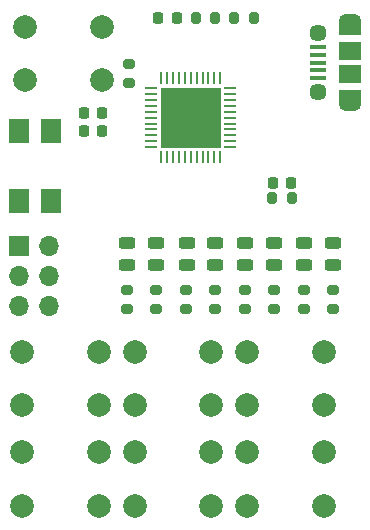
<source format=gbr>
%TF.GenerationSoftware,KiCad,Pcbnew,(6.0.11)*%
%TF.CreationDate,2023-02-27T16:04:50+00:00*%
%TF.ProjectId,HackSoc Workshop,4861636b-536f-4632-9057-6f726b73686f,rev?*%
%TF.SameCoordinates,Original*%
%TF.FileFunction,Soldermask,Top*%
%TF.FilePolarity,Negative*%
%FSLAX46Y46*%
G04 Gerber Fmt 4.6, Leading zero omitted, Abs format (unit mm)*
G04 Created by KiCad (PCBNEW (6.0.11)) date 2023-02-27 16:04:50*
%MOMM*%
%LPD*%
G01*
G04 APERTURE LIST*
G04 Aperture macros list*
%AMRoundRect*
0 Rectangle with rounded corners*
0 $1 Rounding radius*
0 $2 $3 $4 $5 $6 $7 $8 $9 X,Y pos of 4 corners*
0 Add a 4 corners polygon primitive as box body*
4,1,4,$2,$3,$4,$5,$6,$7,$8,$9,$2,$3,0*
0 Add four circle primitives for the rounded corners*
1,1,$1+$1,$2,$3*
1,1,$1+$1,$4,$5*
1,1,$1+$1,$6,$7*
1,1,$1+$1,$8,$9*
0 Add four rect primitives between the rounded corners*
20,1,$1+$1,$2,$3,$4,$5,0*
20,1,$1+$1,$4,$5,$6,$7,0*
20,1,$1+$1,$6,$7,$8,$9,0*
20,1,$1+$1,$8,$9,$2,$3,0*%
G04 Aperture macros list end*
%ADD10R,1.700000X1.700000*%
%ADD11O,1.700000X1.700000*%
%ADD12C,2.000000*%
%ADD13RoundRect,0.200000X-0.200000X-0.275000X0.200000X-0.275000X0.200000X0.275000X-0.200000X0.275000X0*%
%ADD14RoundRect,0.225000X-0.225000X-0.250000X0.225000X-0.250000X0.225000X0.250000X-0.225000X0.250000X0*%
%ADD15RoundRect,0.225000X0.225000X0.250000X-0.225000X0.250000X-0.225000X-0.250000X0.225000X-0.250000X0*%
%ADD16RoundRect,0.243750X0.456250X-0.243750X0.456250X0.243750X-0.456250X0.243750X-0.456250X-0.243750X0*%
%ADD17RoundRect,0.200000X-0.275000X0.200000X-0.275000X-0.200000X0.275000X-0.200000X0.275000X0.200000X0*%
%ADD18RoundRect,0.200000X0.275000X-0.200000X0.275000X0.200000X-0.275000X0.200000X-0.275000X-0.200000X0*%
%ADD19R,1.350000X0.400000*%
%ADD20R,1.900000X1.500000*%
%ADD21O,1.900000X1.200000*%
%ADD22C,1.450000*%
%ADD23R,1.900000X1.200000*%
%ADD24R,1.700000X2.100000*%
%ADD25RoundRect,0.062500X-0.062500X0.475000X-0.062500X-0.475000X0.062500X-0.475000X0.062500X0.475000X0*%
%ADD26RoundRect,0.062500X-0.475000X0.062500X-0.475000X-0.062500X0.475000X-0.062500X0.475000X0.062500X0*%
%ADD27R,5.200000X5.200000*%
G04 APERTURE END LIST*
D10*
%TO.C,J2*%
X76975000Y-83750000D03*
D11*
X79515000Y-83750000D03*
X76975000Y-86290000D03*
X79515000Y-86290000D03*
X76975000Y-88830000D03*
X79515000Y-88830000D03*
%TD*%
D12*
%TO.C,SW7*%
X96250000Y-101250000D03*
X102750000Y-101250000D03*
X96250000Y-105750000D03*
X102750000Y-105750000D03*
%TD*%
%TO.C,SW6*%
X86750000Y-101250000D03*
X93250000Y-101250000D03*
X86750000Y-105750000D03*
X93250000Y-105750000D03*
%TD*%
%TO.C,SW5*%
X77250000Y-101250000D03*
X83750000Y-101250000D03*
X77250000Y-105750000D03*
X83750000Y-105750000D03*
%TD*%
%TO.C,SW4*%
X96250000Y-92750000D03*
X102750000Y-92750000D03*
X96250000Y-97250000D03*
X102750000Y-97250000D03*
%TD*%
%TO.C,SW3*%
X86750000Y-92750000D03*
X93250000Y-92750000D03*
X86750000Y-97250000D03*
X93250000Y-97250000D03*
%TD*%
%TO.C,SW2*%
X77250000Y-92750000D03*
X83750000Y-92750000D03*
X77250000Y-97250000D03*
X83750000Y-97250000D03*
%TD*%
%TO.C,SW1*%
X77500000Y-65250000D03*
X84000000Y-65250000D03*
X77500000Y-69750000D03*
X84000000Y-69750000D03*
%TD*%
D13*
%TO.C,R3*%
X95175000Y-64500000D03*
X96825000Y-64500000D03*
%TD*%
D14*
%TO.C,C1*%
X88750000Y-64500000D03*
X90300000Y-64500000D03*
%TD*%
D15*
%TO.C,C4*%
X84025000Y-74000000D03*
X82475000Y-74000000D03*
%TD*%
D16*
%TO.C,D4*%
X93587500Y-85412500D03*
X93587500Y-83537500D03*
%TD*%
%TO.C,D2*%
X88587500Y-85412500D03*
X88587500Y-83537500D03*
%TD*%
D17*
%TO.C,R5*%
X86087500Y-87475000D03*
X86087500Y-89125000D03*
%TD*%
%TO.C,R12*%
X103587500Y-87475000D03*
X103587500Y-89125000D03*
%TD*%
%TO.C,R11*%
X101087500Y-87475000D03*
X101087500Y-89125000D03*
%TD*%
D18*
%TO.C,R1*%
X86250000Y-70000000D03*
X86250000Y-68350000D03*
%TD*%
D16*
%TO.C,D8*%
X103587500Y-85412500D03*
X103587500Y-83537500D03*
%TD*%
D17*
%TO.C,R10*%
X98587500Y-87475000D03*
X98587500Y-89125000D03*
%TD*%
D16*
%TO.C,D1*%
X86087500Y-85412500D03*
X86087500Y-83537500D03*
%TD*%
D13*
%TO.C,R4*%
X98400000Y-79750000D03*
X100050000Y-79750000D03*
%TD*%
D19*
%TO.C,J1*%
X102287500Y-69550000D03*
X102287500Y-68900000D03*
X102287500Y-68250000D03*
X102287500Y-67600000D03*
X102287500Y-66950000D03*
D20*
X104987500Y-67250000D03*
D21*
X104987500Y-71750000D03*
D22*
X102287500Y-65750000D03*
D23*
X104987500Y-65350000D03*
D22*
X102287500Y-70750000D03*
D20*
X104987500Y-69250000D03*
D21*
X104987500Y-64750000D03*
D23*
X104987500Y-71150000D03*
%TD*%
D24*
%TO.C,Y1*%
X79650000Y-79950000D03*
X79650000Y-74050000D03*
X76950000Y-74050000D03*
X76950000Y-79950000D03*
%TD*%
D16*
%TO.C,D7*%
X101087500Y-85412500D03*
X101087500Y-83537500D03*
%TD*%
D17*
%TO.C,R7*%
X91087500Y-87475000D03*
X91087500Y-89125000D03*
%TD*%
D16*
%TO.C,D5*%
X96087500Y-85412500D03*
X96087500Y-83537500D03*
%TD*%
D17*
%TO.C,R9*%
X96087500Y-87475000D03*
X96087500Y-89125000D03*
%TD*%
D25*
%TO.C,U1*%
X94000000Y-69570000D03*
X93500000Y-69570000D03*
X93000000Y-69570000D03*
X92500000Y-69570000D03*
X92000000Y-69570000D03*
X91500000Y-69570000D03*
X91000000Y-69570000D03*
X90500000Y-69570000D03*
X90000000Y-69570000D03*
X89500000Y-69570000D03*
X89000000Y-69570000D03*
D26*
X88162500Y-70407500D03*
X88162500Y-70907500D03*
X88162500Y-71407500D03*
X88162500Y-71907500D03*
X88162500Y-72407500D03*
X88162500Y-72907500D03*
X88162500Y-73407500D03*
X88162500Y-73907500D03*
X88162500Y-74407500D03*
X88162500Y-74907500D03*
X88162500Y-75407500D03*
D25*
X89000000Y-76245000D03*
X89500000Y-76245000D03*
X90000000Y-76245000D03*
X90500000Y-76245000D03*
X91000000Y-76245000D03*
X91500000Y-76245000D03*
X92000000Y-76245000D03*
X92500000Y-76245000D03*
X93000000Y-76245000D03*
X93500000Y-76245000D03*
X94000000Y-76245000D03*
D26*
X94837500Y-75407500D03*
X94837500Y-74907500D03*
X94837500Y-74407500D03*
X94837500Y-73907500D03*
X94837500Y-73407500D03*
X94837500Y-72907500D03*
X94837500Y-72407500D03*
X94837500Y-71907500D03*
X94837500Y-71407500D03*
X94837500Y-70907500D03*
X94837500Y-70407500D03*
D27*
X91500000Y-72907500D03*
%TD*%
D16*
%TO.C,D3*%
X91187500Y-85412500D03*
X91187500Y-83537500D03*
%TD*%
D14*
%TO.C,C2*%
X98475000Y-78400000D03*
X100025000Y-78400000D03*
%TD*%
D16*
%TO.C,D6*%
X98587500Y-85412500D03*
X98587500Y-83537500D03*
%TD*%
D17*
%TO.C,R8*%
X93587500Y-87475000D03*
X93587500Y-89125000D03*
%TD*%
D15*
%TO.C,C3*%
X84025000Y-72500000D03*
X82475000Y-72500000D03*
%TD*%
D13*
%TO.C,R2*%
X91925000Y-64500000D03*
X93575000Y-64500000D03*
%TD*%
D17*
%TO.C,R6*%
X88587500Y-87475000D03*
X88587500Y-89125000D03*
%TD*%
M02*

</source>
